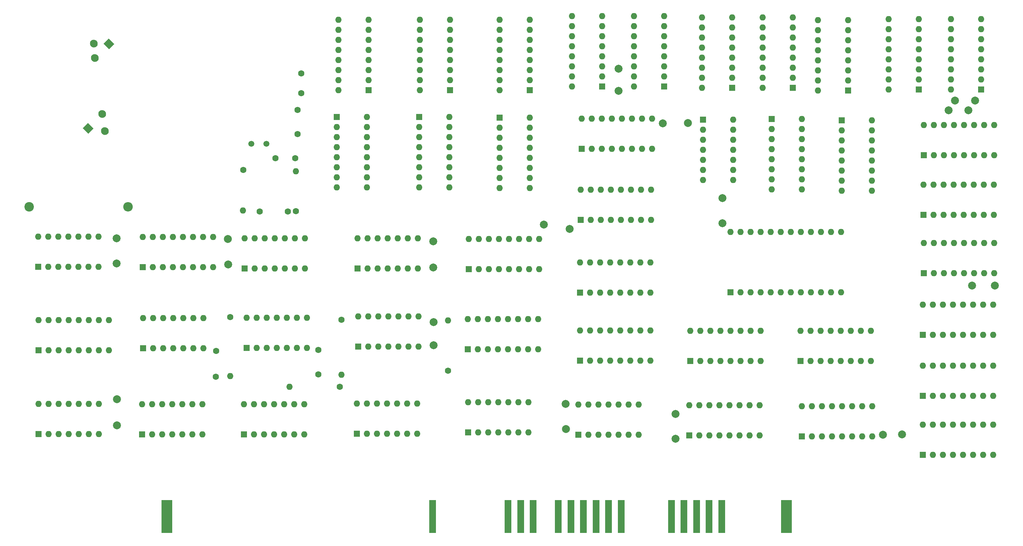
<source format=gbs>
G04 #@! TF.GenerationSoftware,KiCad,Pcbnew,8.0.6*
G04 #@! TF.CreationDate,2025-02-23T10:59:59+00:00*
G04 #@! TF.ProjectId,Northstart Floating point,4e6f7274-6873-4746-9172-7420466c6f61,rev?*
G04 #@! TF.SameCoordinates,Original*
G04 #@! TF.FileFunction,Soldermask,Bot*
G04 #@! TF.FilePolarity,Negative*
%FSLAX46Y46*%
G04 Gerber Fmt 4.6, Leading zero omitted, Abs format (unit mm)*
G04 Created by KiCad (PCBNEW 8.0.6) date 2025-02-23 10:59:59*
%MOMM*%
%LPD*%
G01*
G04 APERTURE LIST*
G04 Aperture macros list*
%AMHorizOval*
0 Thick line with rounded ends*
0 $1 width*
0 $2 $3 position (X,Y) of the first rounded end (center of the circle)*
0 $4 $5 position (X,Y) of the second rounded end (center of the circle)*
0 Add line between two ends*
20,1,$1,$2,$3,$4,$5,0*
0 Add two circle primitives to create the rounded ends*
1,1,$1,$2,$3*
1,1,$1,$4,$5*%
%AMRotRect*
0 Rectangle, with rotation*
0 The origin of the aperture is its center*
0 $1 length*
0 $2 width*
0 $3 Rotation angle, in degrees counterclockwise*
0 Add horizontal line*
21,1,$1,$2,0,0,$3*%
G04 Aperture macros list end*
%ADD10C,2.000000*%
%ADD11R,1.600000X1.600000*%
%ADD12O,1.600000X1.600000*%
%ADD13C,2.400000*%
%ADD14O,2.400000X2.400000*%
%ADD15C,1.600000*%
%ADD16R,2.794000X8.382000*%
%ADD17R,1.778000X8.382000*%
%ADD18RotRect,1.905000X2.000000X225.000000*%
%ADD19HorizOval,1.905000X-0.033588X0.033588X0.033588X-0.033588X0*%
%ADD20C,1.500000*%
%ADD21RotRect,1.905000X2.000000X45.000000*%
G04 APERTURE END LIST*
D10*
X246790000Y-132120000D03*
X241960000Y-132140000D03*
D11*
X28620000Y-132000000D03*
D12*
X31160000Y-132000000D03*
X33700000Y-132000000D03*
X36240000Y-132000000D03*
X38780000Y-132000000D03*
X41320000Y-132000000D03*
X43860000Y-132000000D03*
X43860000Y-124380000D03*
X41320000Y-124380000D03*
X38780000Y-124380000D03*
X36240000Y-124380000D03*
X33700000Y-124380000D03*
X31160000Y-124380000D03*
X28620000Y-124380000D03*
D11*
X109040000Y-131900000D03*
D12*
X111580000Y-131900000D03*
X114120000Y-131900000D03*
X116660000Y-131900000D03*
X119200000Y-131900000D03*
X121740000Y-131900000D03*
X124280000Y-131900000D03*
X124280000Y-124280000D03*
X121740000Y-124280000D03*
X119200000Y-124280000D03*
X116660000Y-124280000D03*
X114120000Y-124280000D03*
X111580000Y-124280000D03*
X109040000Y-124280000D03*
D10*
X128430000Y-103710000D03*
X128450000Y-109600000D03*
D11*
X28550000Y-89720000D03*
D12*
X31090000Y-89720000D03*
X33630000Y-89720000D03*
X36170000Y-89720000D03*
X38710000Y-89720000D03*
X41250000Y-89720000D03*
X43790000Y-89720000D03*
X43790000Y-82100000D03*
X41250000Y-82100000D03*
X38710000Y-82100000D03*
X36170000Y-82100000D03*
X33630000Y-82100000D03*
X31090000Y-82100000D03*
X28550000Y-82100000D03*
D11*
X165040000Y-132160000D03*
D12*
X167580000Y-132160000D03*
X170120000Y-132160000D03*
X172660000Y-132160000D03*
X175200000Y-132160000D03*
X177740000Y-132160000D03*
X180280000Y-132160000D03*
X180280000Y-124540000D03*
X177740000Y-124540000D03*
X175200000Y-124540000D03*
X172660000Y-124540000D03*
X170120000Y-124540000D03*
X167580000Y-124540000D03*
X165040000Y-124540000D03*
D10*
X201460000Y-78792500D03*
X201420000Y-72422500D03*
D11*
X251060000Y-44950000D03*
D12*
X251060000Y-42410000D03*
X251060000Y-39870000D03*
X251060000Y-37330000D03*
X251060000Y-34790000D03*
X251060000Y-32250000D03*
X251060000Y-29710000D03*
X251060000Y-27170000D03*
X243440000Y-27170000D03*
X243440000Y-29710000D03*
X243440000Y-32250000D03*
X243440000Y-34790000D03*
X243440000Y-37330000D03*
X243440000Y-39870000D03*
X243440000Y-42410000D03*
X243440000Y-44950000D03*
D10*
X192675000Y-53440000D03*
X186355000Y-53510000D03*
D11*
X132580000Y-45110000D03*
D12*
X132580000Y-42570000D03*
X132580000Y-40030000D03*
X132580000Y-37490000D03*
X132580000Y-34950000D03*
X132580000Y-32410000D03*
X132580000Y-29870000D03*
X132580000Y-27330000D03*
X124960000Y-27330000D03*
X124960000Y-29870000D03*
X124960000Y-32410000D03*
X124960000Y-34950000D03*
X124960000Y-37490000D03*
X124960000Y-40030000D03*
X124960000Y-42570000D03*
X124960000Y-45110000D03*
D11*
X111990000Y-45125000D03*
D12*
X111990000Y-42585000D03*
X111990000Y-40045000D03*
X111990000Y-37505000D03*
X111990000Y-34965000D03*
X111990000Y-32425000D03*
X111990000Y-29885000D03*
X111990000Y-27345000D03*
X104370000Y-27345000D03*
X104370000Y-29885000D03*
X104370000Y-32425000D03*
X104370000Y-34965000D03*
X104370000Y-37505000D03*
X104370000Y-40045000D03*
X104370000Y-42585000D03*
X104370000Y-45125000D03*
D13*
X26250000Y-74610000D03*
D14*
X51250000Y-74610000D03*
D11*
X252090000Y-106910000D03*
D12*
X254630000Y-106910000D03*
X257170000Y-106910000D03*
X259710000Y-106910000D03*
X262250000Y-106910000D03*
X264790000Y-106910000D03*
X267330000Y-106910000D03*
X269870000Y-106910000D03*
X269870000Y-99290000D03*
X267330000Y-99290000D03*
X264790000Y-99290000D03*
X262250000Y-99290000D03*
X259710000Y-99290000D03*
X257170000Y-99290000D03*
X254630000Y-99290000D03*
X252090000Y-99290000D03*
D11*
X233210000Y-45200000D03*
D12*
X233210000Y-42660000D03*
X233210000Y-40120000D03*
X233210000Y-37580000D03*
X233210000Y-35040000D03*
X233210000Y-32500000D03*
X233210000Y-29960000D03*
X233210000Y-27420000D03*
X225590000Y-27420000D03*
X225590000Y-29960000D03*
X225590000Y-32500000D03*
X225590000Y-35040000D03*
X225590000Y-37580000D03*
X225590000Y-40120000D03*
X225590000Y-42660000D03*
X225590000Y-45200000D03*
D15*
X77060000Y-102460000D03*
D12*
X77040000Y-117390000D03*
D15*
X132090000Y-116010000D03*
D12*
X132090000Y-103310000D03*
D11*
X28605000Y-110870000D03*
D12*
X31145000Y-110870000D03*
X33685000Y-110870000D03*
X36225000Y-110870000D03*
X38765000Y-110870000D03*
X41305000Y-110870000D03*
X43845000Y-110870000D03*
X46385000Y-110870000D03*
X46385000Y-103250000D03*
X43845000Y-103250000D03*
X41305000Y-103250000D03*
X38765000Y-103250000D03*
X36225000Y-103250000D03*
X33685000Y-103250000D03*
X31145000Y-103250000D03*
X28605000Y-103250000D03*
D15*
X105180000Y-103130000D03*
D12*
X105210000Y-117020000D03*
D11*
X137070000Y-110600000D03*
D12*
X139610000Y-110600000D03*
X142150000Y-110600000D03*
X144690000Y-110600000D03*
X147230000Y-110600000D03*
X149770000Y-110600000D03*
X152310000Y-110600000D03*
X154850000Y-110600000D03*
X154850000Y-102980000D03*
X152310000Y-102980000D03*
X149770000Y-102980000D03*
X147230000Y-102980000D03*
X144690000Y-102980000D03*
X142150000Y-102980000D03*
X139610000Y-102980000D03*
X137070000Y-102980000D03*
D11*
X193295000Y-113570000D03*
D12*
X195835000Y-113570000D03*
X198375000Y-113570000D03*
X200915000Y-113570000D03*
X203455000Y-113570000D03*
X205995000Y-113570000D03*
X208535000Y-113570000D03*
X211075000Y-113570000D03*
X211075000Y-105950000D03*
X208535000Y-105950000D03*
X205995000Y-105950000D03*
X203455000Y-105950000D03*
X200915000Y-105950000D03*
X198375000Y-105950000D03*
X195835000Y-105950000D03*
X193295000Y-105950000D03*
D15*
X104770000Y-120110000D03*
D12*
X92070000Y-120110000D03*
D10*
X76490000Y-82710000D03*
X76540000Y-89200000D03*
X175210000Y-45330000D03*
X175170000Y-39710000D03*
X128340000Y-83300000D03*
X128390000Y-89890000D03*
D11*
X165450000Y-96240000D03*
D12*
X167990000Y-96240000D03*
X170530000Y-96240000D03*
X173070000Y-96240000D03*
X175610000Y-96240000D03*
X178150000Y-96240000D03*
X180690000Y-96240000D03*
X183230000Y-96240000D03*
X183230000Y-88620000D03*
X180690000Y-88620000D03*
X178150000Y-88620000D03*
X175610000Y-88620000D03*
X173070000Y-88620000D03*
X170530000Y-88620000D03*
X167990000Y-88620000D03*
X165450000Y-88620000D03*
D10*
X258550000Y-50230000D03*
X263620000Y-50180000D03*
X162785000Y-80197500D03*
X156325000Y-79127500D03*
X48340000Y-82520000D03*
X48340000Y-88900000D03*
D11*
X252360000Y-61540000D03*
D12*
X254900000Y-61540000D03*
X257440000Y-61540000D03*
X259980000Y-61540000D03*
X262520000Y-61540000D03*
X265060000Y-61540000D03*
X267600000Y-61540000D03*
X270140000Y-61540000D03*
X270140000Y-53920000D03*
X267600000Y-53920000D03*
X265060000Y-53920000D03*
X262520000Y-53920000D03*
X259980000Y-53920000D03*
X257440000Y-53920000D03*
X254900000Y-53920000D03*
X252360000Y-53920000D03*
D11*
X165650000Y-77910000D03*
D12*
X168190000Y-77910000D03*
X170730000Y-77910000D03*
X173270000Y-77910000D03*
X175810000Y-77910000D03*
X178350000Y-77910000D03*
X180890000Y-77910000D03*
X183430000Y-77910000D03*
X183430000Y-70290000D03*
X180890000Y-70290000D03*
X178350000Y-70290000D03*
X175810000Y-70290000D03*
X173270000Y-70290000D03*
X170730000Y-70290000D03*
X168190000Y-70290000D03*
X165650000Y-70290000D03*
D10*
X264520000Y-94530000D03*
X270270000Y-94490000D03*
X161850000Y-124350000D03*
X161870000Y-130730000D03*
D11*
X252100000Y-137260000D03*
D12*
X254640000Y-137260000D03*
X257180000Y-137260000D03*
X259720000Y-137260000D03*
X262260000Y-137260000D03*
X264800000Y-137260000D03*
X267340000Y-137260000D03*
X269880000Y-137260000D03*
X269880000Y-129640000D03*
X267340000Y-129640000D03*
X264800000Y-129640000D03*
X262260000Y-129640000D03*
X259720000Y-129640000D03*
X257180000Y-129640000D03*
X254640000Y-129640000D03*
X252100000Y-129640000D03*
D11*
X221490000Y-132590000D03*
D12*
X224030000Y-132590000D03*
X226570000Y-132590000D03*
X229110000Y-132590000D03*
X231650000Y-132590000D03*
X234190000Y-132590000D03*
X236730000Y-132590000D03*
X239270000Y-132590000D03*
X239270000Y-124970000D03*
X236730000Y-124970000D03*
X234190000Y-124970000D03*
X231650000Y-124970000D03*
X229110000Y-124970000D03*
X226570000Y-124970000D03*
X224030000Y-124970000D03*
X221490000Y-124970000D03*
D11*
X137315000Y-90380000D03*
D12*
X139855000Y-90380000D03*
X142395000Y-90380000D03*
X144935000Y-90380000D03*
X147475000Y-90380000D03*
X150015000Y-90380000D03*
X152555000Y-90380000D03*
X155095000Y-90380000D03*
X155095000Y-82760000D03*
X152555000Y-82760000D03*
X150015000Y-82760000D03*
X147475000Y-82760000D03*
X144935000Y-82760000D03*
X142395000Y-82760000D03*
X139855000Y-82760000D03*
X137315000Y-82760000D03*
D11*
X109430000Y-109880000D03*
D12*
X111970000Y-109880000D03*
X114510000Y-109880000D03*
X117050000Y-109880000D03*
X119590000Y-109880000D03*
X122130000Y-109880000D03*
X124670000Y-109880000D03*
X124670000Y-102260000D03*
X122130000Y-102260000D03*
X119590000Y-102260000D03*
X117050000Y-102260000D03*
X114510000Y-102260000D03*
X111970000Y-102260000D03*
X109430000Y-102260000D03*
D11*
X266770000Y-44950000D03*
D12*
X266770000Y-42410000D03*
X266770000Y-39870000D03*
X266770000Y-37330000D03*
X266770000Y-34790000D03*
X266770000Y-32250000D03*
X266770000Y-29710000D03*
X266770000Y-27170000D03*
X259150000Y-27170000D03*
X259150000Y-29710000D03*
X259150000Y-32250000D03*
X259150000Y-34790000D03*
X259150000Y-37330000D03*
X259150000Y-39870000D03*
X259150000Y-42410000D03*
X259150000Y-44950000D03*
D10*
X189550000Y-126920000D03*
X189610000Y-133210000D03*
D11*
X165430000Y-113480000D03*
D12*
X167970000Y-113480000D03*
X170510000Y-113480000D03*
X173050000Y-113480000D03*
X175590000Y-113480000D03*
X178130000Y-113480000D03*
X180670000Y-113480000D03*
X183210000Y-113480000D03*
X183210000Y-105860000D03*
X180670000Y-105860000D03*
X178130000Y-105860000D03*
X175590000Y-105860000D03*
X173050000Y-105860000D03*
X170510000Y-105860000D03*
X167970000Y-105860000D03*
X165430000Y-105860000D03*
D11*
X196500000Y-52625000D03*
D12*
X196500000Y-55165000D03*
X196500000Y-57705000D03*
X196500000Y-60245000D03*
X196500000Y-62785000D03*
X196500000Y-65325000D03*
X196500000Y-67865000D03*
X204120000Y-67865000D03*
X204120000Y-65325000D03*
X204120000Y-62785000D03*
X204120000Y-60245000D03*
X204120000Y-57705000D03*
X204120000Y-55165000D03*
X204120000Y-52625000D03*
D15*
X99325000Y-116900000D03*
X99325000Y-110760000D03*
X93680000Y-75740000D03*
D12*
X93690000Y-65630000D03*
D11*
X124810000Y-51950000D03*
D12*
X124810000Y-54490000D03*
X124810000Y-57030000D03*
X124810000Y-59570000D03*
X124810000Y-62110000D03*
X124810000Y-64650000D03*
X124810000Y-67190000D03*
X124810000Y-69730000D03*
X132430000Y-69730000D03*
X132430000Y-67190000D03*
X132430000Y-64650000D03*
X132430000Y-62110000D03*
X132430000Y-59570000D03*
X132430000Y-57030000D03*
X132430000Y-54490000D03*
X132430000Y-51950000D03*
D15*
X94080000Y-50150000D03*
X94070000Y-56250000D03*
D11*
X203910000Y-44585000D03*
D12*
X203910000Y-42045000D03*
X203910000Y-39505000D03*
X203910000Y-36965000D03*
X203910000Y-34425000D03*
X203910000Y-31885000D03*
X203910000Y-29345000D03*
X203910000Y-26805000D03*
X196290000Y-26805000D03*
X196290000Y-29345000D03*
X196290000Y-31885000D03*
X196290000Y-34425000D03*
X196290000Y-36965000D03*
X196290000Y-39505000D03*
X196290000Y-42045000D03*
X196290000Y-44585000D03*
D11*
X193015000Y-132370000D03*
D12*
X195555000Y-132370000D03*
X198095000Y-132370000D03*
X200635000Y-132370000D03*
X203175000Y-132370000D03*
X205715000Y-132370000D03*
X208255000Y-132370000D03*
X210795000Y-132370000D03*
X210795000Y-124750000D03*
X208255000Y-124750000D03*
X205715000Y-124750000D03*
X203175000Y-124750000D03*
X200635000Y-124750000D03*
X198095000Y-124750000D03*
X195555000Y-124750000D03*
X193015000Y-124750000D03*
D11*
X80545000Y-132050000D03*
D12*
X83085000Y-132050000D03*
X85625000Y-132050000D03*
X88165000Y-132050000D03*
X90705000Y-132050000D03*
X93245000Y-132050000D03*
X95785000Y-132050000D03*
X95785000Y-124430000D03*
X93245000Y-124430000D03*
X90705000Y-124430000D03*
X88165000Y-124430000D03*
X85625000Y-124430000D03*
X83085000Y-124430000D03*
X80545000Y-124430000D03*
D10*
X48420000Y-123200000D03*
X48460000Y-129840000D03*
D11*
X252200000Y-76630000D03*
D12*
X254740000Y-76630000D03*
X257280000Y-76630000D03*
X259820000Y-76630000D03*
X262360000Y-76630000D03*
X264900000Y-76630000D03*
X267440000Y-76630000D03*
X269980000Y-76630000D03*
X269980000Y-69010000D03*
X267440000Y-69010000D03*
X264900000Y-69010000D03*
X262360000Y-69010000D03*
X259820000Y-69010000D03*
X257280000Y-69010000D03*
X254740000Y-69010000D03*
X252200000Y-69010000D03*
D15*
X94980000Y-45920000D03*
X94980000Y-40920000D03*
D16*
X61050000Y-152810000D03*
D17*
X128233000Y-152810000D03*
X147283000Y-152810000D03*
X150458000Y-152810000D03*
X153633000Y-152810000D03*
X159983000Y-152810000D03*
X163158000Y-152810000D03*
X166333000Y-152810000D03*
X169508000Y-152810000D03*
X172683000Y-152810000D03*
X175858000Y-152810000D03*
X188558000Y-152810000D03*
X191733000Y-152810000D03*
X194908000Y-152810000D03*
X198083000Y-152810000D03*
X201258000Y-152810000D03*
D16*
X217641000Y-152810000D03*
D11*
X81180000Y-110270000D03*
D12*
X83720000Y-110270000D03*
X86260000Y-110270000D03*
X88800000Y-110270000D03*
X91340000Y-110270000D03*
X93880000Y-110270000D03*
X96420000Y-110270000D03*
X96420000Y-102650000D03*
X93880000Y-102650000D03*
X91340000Y-102650000D03*
X88800000Y-102650000D03*
X86260000Y-102650000D03*
X83720000Y-102650000D03*
X81180000Y-102650000D03*
D11*
X186710000Y-44205000D03*
D12*
X186710000Y-41665000D03*
X186710000Y-39125000D03*
X186710000Y-36585000D03*
X186710000Y-34045000D03*
X186710000Y-31505000D03*
X186710000Y-28965000D03*
X186710000Y-26425000D03*
X179090000Y-26425000D03*
X179090000Y-28965000D03*
X179090000Y-31505000D03*
X179090000Y-34045000D03*
X179090000Y-36585000D03*
X179090000Y-39125000D03*
X179090000Y-41665000D03*
X179090000Y-44205000D03*
D11*
X252075000Y-122340000D03*
D12*
X254615000Y-122340000D03*
X257155000Y-122340000D03*
X259695000Y-122340000D03*
X262235000Y-122340000D03*
X264775000Y-122340000D03*
X267315000Y-122340000D03*
X269855000Y-122340000D03*
X269855000Y-114720000D03*
X267315000Y-114720000D03*
X264775000Y-114720000D03*
X262235000Y-114720000D03*
X259695000Y-114720000D03*
X257155000Y-114720000D03*
X254615000Y-114720000D03*
X252075000Y-114720000D03*
D10*
X260220000Y-47775000D03*
X265240000Y-47765000D03*
D11*
X109195000Y-90200000D03*
D12*
X111735000Y-90200000D03*
X114275000Y-90200000D03*
X116815000Y-90200000D03*
X119355000Y-90200000D03*
X121895000Y-90200000D03*
X124435000Y-90200000D03*
X124435000Y-82580000D03*
X121895000Y-82580000D03*
X119355000Y-82580000D03*
X116815000Y-82580000D03*
X114275000Y-82580000D03*
X111735000Y-82580000D03*
X109195000Y-82580000D03*
D11*
X145130000Y-52060000D03*
D12*
X145130000Y-54600000D03*
X145130000Y-57140000D03*
X145130000Y-59680000D03*
X145130000Y-62220000D03*
X145130000Y-64760000D03*
X145130000Y-67300000D03*
X145130000Y-69840000D03*
X152750000Y-69840000D03*
X152750000Y-67300000D03*
X152750000Y-64760000D03*
X152750000Y-62220000D03*
X152750000Y-59680000D03*
X152750000Y-57140000D03*
X152750000Y-54600000D03*
X152750000Y-52060000D03*
D11*
X54830000Y-132110000D03*
D12*
X57370000Y-132110000D03*
X59910000Y-132110000D03*
X62450000Y-132110000D03*
X64990000Y-132110000D03*
X67530000Y-132110000D03*
X70070000Y-132110000D03*
X70070000Y-124490000D03*
X67530000Y-124490000D03*
X64990000Y-124490000D03*
X62450000Y-124490000D03*
X59910000Y-124490000D03*
X57370000Y-124490000D03*
X54830000Y-124490000D03*
D11*
X171000000Y-44250000D03*
D12*
X171000000Y-41710000D03*
X171000000Y-39170000D03*
X171000000Y-36630000D03*
X171000000Y-34090000D03*
X171000000Y-31550000D03*
X171000000Y-29010000D03*
X171000000Y-26470000D03*
X163380000Y-26470000D03*
X163380000Y-29010000D03*
X163380000Y-31550000D03*
X163380000Y-34090000D03*
X163380000Y-36630000D03*
X163380000Y-39170000D03*
X163380000Y-41710000D03*
X163380000Y-44250000D03*
D11*
X219180000Y-44585000D03*
D12*
X219180000Y-42045000D03*
X219180000Y-39505000D03*
X219180000Y-36965000D03*
X219180000Y-34425000D03*
X219180000Y-31885000D03*
X219180000Y-29345000D03*
X219180000Y-26805000D03*
X211560000Y-26805000D03*
X211560000Y-29345000D03*
X211560000Y-31885000D03*
X211560000Y-34425000D03*
X211560000Y-36965000D03*
X211560000Y-39505000D03*
X211560000Y-42045000D03*
X211560000Y-44585000D03*
D18*
X46407836Y-33435733D03*
D19*
X42638957Y-33343809D03*
X42815734Y-37027835D03*
D15*
X91660000Y-75820000D03*
X84520000Y-75820000D03*
D11*
X152730000Y-45160000D03*
D12*
X152730000Y-42620000D03*
X152730000Y-40080000D03*
X152730000Y-37540000D03*
X152730000Y-35000000D03*
X152730000Y-32460000D03*
X152730000Y-29920000D03*
X152730000Y-27380000D03*
X145110000Y-27380000D03*
X145110000Y-29920000D03*
X145110000Y-32460000D03*
X145110000Y-35000000D03*
X145110000Y-37540000D03*
X145110000Y-40080000D03*
X145110000Y-42620000D03*
X145110000Y-45160000D03*
D11*
X137195000Y-131560000D03*
D12*
X139735000Y-131560000D03*
X142275000Y-131560000D03*
X144815000Y-131560000D03*
X147355000Y-131560000D03*
X149895000Y-131560000D03*
X152435000Y-131560000D03*
X152435000Y-123940000D03*
X149895000Y-123940000D03*
X147355000Y-123940000D03*
X144815000Y-123940000D03*
X142275000Y-123940000D03*
X139735000Y-123940000D03*
X137195000Y-123940000D03*
D15*
X88470000Y-62310000D03*
X93470000Y-62310000D03*
D11*
X252360000Y-91400000D03*
D12*
X254900000Y-91400000D03*
X257440000Y-91400000D03*
X259980000Y-91400000D03*
X262520000Y-91400000D03*
X265060000Y-91400000D03*
X267600000Y-91400000D03*
X270140000Y-91400000D03*
X270140000Y-83780000D03*
X267600000Y-83780000D03*
X265060000Y-83780000D03*
X262520000Y-83780000D03*
X259980000Y-83780000D03*
X257440000Y-83780000D03*
X254900000Y-83780000D03*
X252360000Y-83780000D03*
D15*
X73430000Y-117500000D03*
X73470000Y-110970000D03*
D20*
X86170000Y-58690000D03*
X82370000Y-58690000D03*
D11*
X165910000Y-59980000D03*
D12*
X168450000Y-59980000D03*
X170990000Y-59980000D03*
X173530000Y-59980000D03*
X176070000Y-59980000D03*
X178610000Y-59980000D03*
X181150000Y-59980000D03*
X183690000Y-59980000D03*
X183690000Y-52360000D03*
X181150000Y-52360000D03*
X178610000Y-52360000D03*
X176070000Y-52360000D03*
X173530000Y-52360000D03*
X170990000Y-52360000D03*
X168450000Y-52360000D03*
X165910000Y-52360000D03*
D11*
X231550000Y-52745000D03*
D12*
X231550000Y-55285000D03*
X231550000Y-57825000D03*
X231550000Y-60365000D03*
X231550000Y-62905000D03*
X231550000Y-65445000D03*
X231550000Y-67985000D03*
X231550000Y-70525000D03*
X239170000Y-70525000D03*
X239170000Y-67985000D03*
X239170000Y-65445000D03*
X239170000Y-62905000D03*
X239170000Y-60365000D03*
X239170000Y-57825000D03*
X239170000Y-55285000D03*
X239170000Y-52745000D03*
D15*
X80340000Y-65295000D03*
D12*
X80290000Y-75565000D03*
D11*
X55060000Y-110360000D03*
D12*
X57600000Y-110360000D03*
X60140000Y-110360000D03*
X62680000Y-110360000D03*
X65220000Y-110360000D03*
X67760000Y-110360000D03*
X70300000Y-110360000D03*
X70300000Y-102740000D03*
X67760000Y-102740000D03*
X65220000Y-102740000D03*
X62680000Y-102740000D03*
X60140000Y-102740000D03*
X57600000Y-102740000D03*
X55060000Y-102740000D03*
D11*
X104020000Y-51890000D03*
D12*
X104020000Y-54430000D03*
X104020000Y-56970000D03*
X104020000Y-59510000D03*
X104020000Y-62050000D03*
X104020000Y-64590000D03*
X104020000Y-67130000D03*
X104020000Y-69670000D03*
X111640000Y-69670000D03*
X111640000Y-67130000D03*
X111640000Y-64590000D03*
X111640000Y-62050000D03*
X111640000Y-59510000D03*
X111640000Y-56970000D03*
X111640000Y-54430000D03*
X111640000Y-51890000D03*
D11*
X54950000Y-89820000D03*
D12*
X57490000Y-89820000D03*
X60030000Y-89820000D03*
X62570000Y-89820000D03*
X65110000Y-89820000D03*
X67650000Y-89820000D03*
X70190000Y-89820000D03*
X72730000Y-89820000D03*
X72730000Y-82200000D03*
X70190000Y-82200000D03*
X67650000Y-82200000D03*
X65110000Y-82200000D03*
X62570000Y-82200000D03*
X60030000Y-82200000D03*
X57490000Y-82200000D03*
X54950000Y-82200000D03*
D21*
X41138415Y-54780517D03*
D19*
X45381056Y-55431055D03*
X44730517Y-51188415D03*
D11*
X80735000Y-90200000D03*
D12*
X83275000Y-90200000D03*
X85815000Y-90200000D03*
X88355000Y-90200000D03*
X90895000Y-90200000D03*
X93435000Y-90200000D03*
X95975000Y-90200000D03*
X95975000Y-82580000D03*
X93435000Y-82580000D03*
X90895000Y-82580000D03*
X88355000Y-82580000D03*
X85815000Y-82580000D03*
X83275000Y-82580000D03*
X80735000Y-82580000D03*
D11*
X203435000Y-96185000D03*
D12*
X205975000Y-96185000D03*
X208515000Y-96185000D03*
X211055000Y-96185000D03*
X213595000Y-96185000D03*
X216135000Y-96185000D03*
X218675000Y-96185000D03*
X221215000Y-96185000D03*
X223755000Y-96185000D03*
X226295000Y-96185000D03*
X228835000Y-96185000D03*
X231375000Y-96185000D03*
X231375000Y-80945000D03*
X228835000Y-80945000D03*
X226295000Y-80945000D03*
X223755000Y-80945000D03*
X221215000Y-80945000D03*
X218675000Y-80945000D03*
X216135000Y-80945000D03*
X213595000Y-80945000D03*
X211055000Y-80945000D03*
X208515000Y-80945000D03*
X205975000Y-80945000D03*
X203435000Y-80945000D03*
D11*
X221190000Y-113510000D03*
D12*
X223730000Y-113510000D03*
X226270000Y-113510000D03*
X228810000Y-113510000D03*
X231350000Y-113510000D03*
X233890000Y-113510000D03*
X236430000Y-113510000D03*
X238970000Y-113510000D03*
X238970000Y-105890000D03*
X236430000Y-105890000D03*
X233890000Y-105890000D03*
X231350000Y-105890000D03*
X228810000Y-105890000D03*
X226270000Y-105890000D03*
X223730000Y-105890000D03*
X221190000Y-105890000D03*
D11*
X213840000Y-52445000D03*
D12*
X213840000Y-54985000D03*
X213840000Y-57525000D03*
X213840000Y-60065000D03*
X213840000Y-62605000D03*
X213840000Y-65145000D03*
X213840000Y-67685000D03*
X213840000Y-70225000D03*
X221460000Y-70225000D03*
X221460000Y-67685000D03*
X221460000Y-65145000D03*
X221460000Y-62605000D03*
X221460000Y-60065000D03*
X221460000Y-57525000D03*
X221460000Y-54985000D03*
X221460000Y-52445000D03*
M02*

</source>
